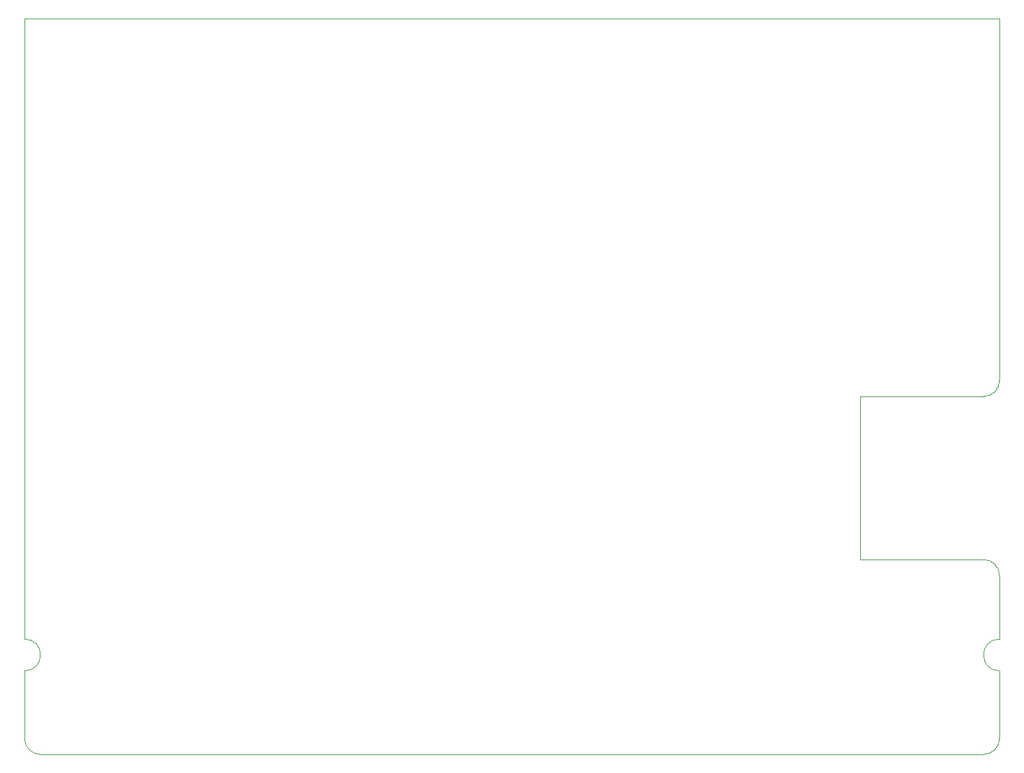
<source format=gbr>
G04 #@! TF.GenerationSoftware,KiCad,Pcbnew,5.1.5-52549c5~84~ubuntu18.04.1*
G04 #@! TF.CreationDate,2019-12-14T15:24:26-06:00*
G04 #@! TF.ProjectId,Gimbal_Board,47696d62-616c-45f4-926f-6172642e6b69,rev?*
G04 #@! TF.SameCoordinates,Original*
G04 #@! TF.FileFunction,Profile,NP*
%FSLAX46Y46*%
G04 Gerber Fmt 4.6, Leading zero omitted, Abs format (unit mm)*
G04 Created by KiCad (PCBNEW 5.1.5-52549c5~84~ubuntu18.04.1) date 2019-12-14 15:24:26*
%MOMM*%
%LPD*%
G04 APERTURE LIST*
%ADD10C,0.050000*%
G04 APERTURE END LIST*
D10*
X191770000Y-39370000D02*
X191770000Y-52070000D01*
X67310000Y-39370000D02*
X67310000Y-52070000D01*
X191770000Y-85598000D02*
G75*
G02X189738000Y-87630000I-2032000J0D01*
G01*
X173990000Y-87630000D02*
X189738000Y-87630000D01*
X173990000Y-108458000D02*
X173990000Y-87630000D01*
X189738000Y-108458000D02*
X173990000Y-108458000D01*
X189738000Y-108458000D02*
G75*
G02X191770000Y-110490000I0J-2032000D01*
G01*
X191770000Y-118618000D02*
X191770000Y-110490000D01*
X191770000Y-122682000D02*
G75*
G02X191770000Y-118618000I0J2032000D01*
G01*
X191770000Y-131318000D02*
X191770000Y-122682000D01*
X191770000Y-131318000D02*
G75*
G02X189738000Y-133350000I-2032000J0D01*
G01*
X69342000Y-133350000D02*
X189738000Y-133350000D01*
X69342000Y-133350000D02*
G75*
G02X67310000Y-131318000I0J2032000D01*
G01*
X67310000Y-122682000D02*
X67310000Y-131318000D01*
X67310000Y-118618000D02*
G75*
G02X67310000Y-122682000I0J-2032000D01*
G01*
X67310000Y-52070000D02*
X67310000Y-118618000D01*
X191770000Y-39370000D02*
X67310000Y-39370000D01*
X191770000Y-85598000D02*
X191770000Y-52070000D01*
M02*

</source>
